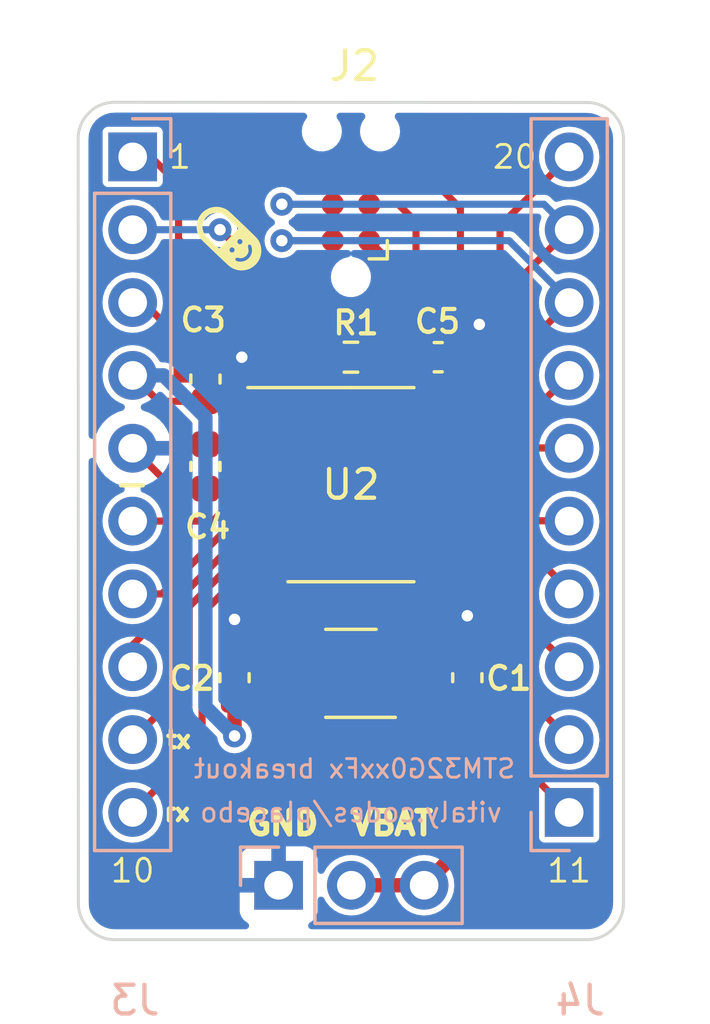
<source format=kicad_pcb>
(kicad_pcb (version 20210623) (generator pcbnew)
  (title_block (title "Placebo"))
  (layers (0 "F.Cu" signal) (31 "B.Cu" power) (34 "B.Paste" user) (35 "F.Paste" user) (36 "B.SilkS" user "B.Silkscreen") (37 "F.SilkS" user "F.Silkscreen") (38 "B.Mask" user) (39 "F.Mask" user) (44 "Edge.Cuts" user))
  (net 0 "")
  (net 1 "Net-(C1-Pad1)")
  (net 2 "GND")
  (net 3 "+3V3")
  (net 4 "/nRST")
  (net 5 "/UartRx")
  (net 6 "/UartTx")
  (net 7 "/SwdIO")
  (net 8 "/SwdClk")
  (net 10 "/PB7")
  (net 11 "/PB9")
  (net 12 "/PC15")
  (net 13 "/PA0")
  (net 14 "/PA1")
  (net 15 "/PA4")
  (net 16 "/PA5")
  (net 17 "/PA6")
  (net 18 "/PA7")
  (net 19 "/PB0")
  (net 20 "/PA11")
  (net 21 "/PA12")
  (net 22 "/PB3")
  (footprint "Capacitor_SMD:C_0603_1608Metric" (layer "F.Cu") (at 69.215 94.107 -90)
    (fp_text reference "C4" (at 2.1082 -0.0762 180) (layer "F.SilkS") (effects (font (size 0.8 0.8))))
    (fp_text value "10uF")
    (fp_line (start -0.14058 -0.51) (end 0.14058 -0.51) (layer "F.SilkS") (width 0.12))
    (fp_line (start -0.14058 0.51) (end 0.14058 0.51) (layer "F.SilkS") (width 0.12))
    (pad "1" smd roundrect locked (at -0.775 0 270) (size 0.9 0.95) (layers "F.Cu" "F.Paste" "F.Mask") (net 3 "+3V3"))
    (pad "2" smd roundrect locked (at 0.775 0 270) (size 0.9 0.95) (layers "F.Cu" "F.Paste" "F.Mask") (net 2 "GND"))
  )
  (footprint "Capacitor_SMD:C_0603_1608Metric" (layer "F.Cu") (at 78.359 101.473 90)
    (fp_text reference "C1" (at -0.0254 1.4478 180) (layer "F.SilkS") (effects (font (size 0.8 0.8))))
    (fp_text value "1uF")
    (fp_line (start -0.14058 0.51) (end 0.14058 0.51) (layer "F.SilkS") (width 0.12))
    (fp_line (start -0.14058 -0.51) (end 0.14058 -0.51) (layer "F.SilkS") (width 0.12))
    (pad "1" smd roundrect locked (at -0.775 0 90) (size 0.9 0.95) (layers "F.Cu" "F.Paste" "F.Mask") (net 1 "Net-(C1-Pad1)"))
    (pad "2" smd roundrect locked (at 0.775 0 90) (size 0.9 0.95) (layers "F.Cu" "F.Paste" "F.Mask") (net 2 "GND"))
  )
  (footprint "Capacitor_SMD:C_0603_1608Metric" (layer "F.Cu") (at 77.343 90.297)
    (fp_text reference "C5" (at -0.0254 -1.2446 180) (layer "F.SilkS") (effects (font (size 0.8 0.8))))
    (fp_text value "100nF")
    (fp_line (start -0.14058 -0.51) (end 0.14058 -0.51) (layer "F.SilkS") (width 0.12))
    (fp_line (start -0.14058 0.51) (end 0.14058 0.51) (layer "F.SilkS") (width 0.12))
    (pad "1" smd roundrect locked (at -0.775 0) (size 0.9 0.95) (layers "F.Cu" "F.Paste" "F.Mask") (net 4 "/nRST"))
    (pad "2" smd roundrect locked (at 0.775 0) (size 0.9 0.95) (layers "F.Cu" "F.Paste" "F.Mask") (net 2 "GND"))
  )
  (footprint "placebo:Tag-Connect_TC2030-IDC-NL_2x03_P1.27mm_Vertical" (layer "F.Cu") (at 74.295 84.963 90)
    (fp_text reference "J2" (at 4.826 0.127) (layer "F.SilkS"))
    (fp_text value "TagConnect")
    (fp_line (start -1.905 1.27) (end -1.905 0.635) (layer "F.SilkS") (width 0.12))
    (fp_line (start -1.27 1.27) (end -1.905 1.27) (layer "F.SilkS") (width 0.12))
    (pad "" np_thru_hole circle locked (at 2.54 -1.016 90) (size 0.9906 0.9906) (drill 0.9906) (layers *.Cu *.Mask))
    (pad "" np_thru_hole circle locked (at -2.54 0 90) (size 0.9906 0.9906) (drill 0.9906) (layers *.Cu *.Mask))
    (pad "" np_thru_hole circle locked (at 2.54 1.016 90) (size 0.9906 0.9906) (drill 0.9906) (layers *.Cu *.Mask))
    (pad "1" connect circle locked (at -1.27 0.635 90) (size 0.7874 0.7874) (layers "F.Cu" "F.Mask") (net 3 "+3V3"))
    (pad "2" connect circle locked (at -1.27 -0.635 90) (size 0.7874 0.7874) (layers "F.Cu" "F.Mask") (net 7 "/SwdIO"))
    (pad "3" connect circle locked (at 0 0.635 90) (size 0.7874 0.7874) (layers "F.Cu" "F.Mask") (net 4 "/nRST"))
    (pad "4" connect circle locked (at 0 -0.635 90) (size 0.7874 0.7874) (layers "F.Cu" "F.Mask") (net 8 "/SwdClk"))
    (pad "5" connect circle locked (at 1.27 0.635 90) (size 0.7874 0.7874) (layers "F.Cu" "F.Mask") (net 2 "GND"))
    (pad "6" connect circle locked (at 1.27 -0.635 90) (size 0.7874 0.7874) (layers "F.Cu" "F.Mask"))
  )
  (footprint "Capacitor_SMD:C_0603_1608Metric" (layer "F.Cu") (at 70.231 101.473 90)
    (fp_text reference "C2" (at -0.0254 -1.4986 180) (layer "F.SilkS") (effects (font (size 0.8 0.8))))
    (fp_text value "1uF")
    (fp_line (start -0.14058 -0.51) (end 0.14058 -0.51) (layer "F.SilkS") (width 0.12))
    (fp_line (start -0.14058 0.51) (end 0.14058 0.51) (layer "F.SilkS") (width 0.12))
    (pad "1" smd roundrect locked (at -0.775 0 90) (size 0.9 0.95) (layers "F.Cu" "F.Paste" "F.Mask") (net 3 "+3V3"))
    (pad "2" smd roundrect locked (at 0.775 0 90) (size 0.9 0.95) (layers "F.Cu" "F.Paste" "F.Mask") (net 2 "GND"))
  )
  (footprint "LOGO" (layer "F.Cu") (at 70.0278 86.1568 8)
    (fp_text reference "G***" hide)
    (fp_text value "LOGO" hide)
    (fp_poly (pts (xy -0.281377 -1.155232) (xy -0.259068 -1.152366) (xy -0.157169 -1.128191) (xy -0.061463 -1.089874) (xy 0.026602 -1.038149) (xy 0.105579 -0.97375) (xy 0.118928 -0.960656) (xy 0.133111 -0.945007) (xy 0.156055 -0.91801) (xy 0.186804 -0.880875) (xy 0.224404 -0.834816) (xy 0.267898 -0.781044) (xy 0.316331 -0.720769) (xy 0.368749 -0.655204) (xy 0.424196 -0.58556) (xy 0.481716 -0.513048) (xy 0.540354 -0.438881) (xy 0.599156 -0.36427) (xy 0.657165 -0.290425) (xy 0.713425 -0.21856) (xy 0.766983 -0.149885) (xy 0.816883 -0.085611) (xy 0.862168 -0.026952) (xy 0.901885 0.024883) (xy 0.935077 0.068682) (xy 0.960789 0.103232) (xy 0.978066 0.127323) (xy 0.984393 0.136918) (xy 1.028756 0.225549) (xy 1.058921 0.319684) (xy 1.074894 0.417465) (xy 1.076684 0.517037) (xy 1.064298 0.616542) (xy 1.037743 0.714124) (xy 0.997029 0.807926) (xy 0.981502 0.836) (xy 0.926248 0.91544) (xy 0.858358 0.987502) (xy 0.780191 1.05038) (xy 0.694108 1.102269) (xy 0.602469 1.141365) (xy 0.568 1.152123) (xy 0.517497 1.162718) (xy 0.457189 1.16977) (xy 0.39288 1.173043) (xy 0.330376 1.172299) (xy 0.275481 1.167302) (xy 0.26 1.164675) (xy 0.157045 1.136605) (xy 0.060949 1.094296) (xy -0.027332 1.038268) (xy -0.10684 0.969039) (xy -0.113037 0.962693) (xy -0.124331 0.949849) (xy -0.144546 0.92563) (xy -0.172719 0.891247) (xy -0.20789 0.84791) (xy -0.249098 0.79683) (xy -0.270106 0.77068) (xy 0.128472 0.77068) (xy 0.141317 0.796556) (xy 0.167082 0.818966) (xy 0.176348 0.824177) (xy 0.236317 0.847095) (xy 0.303707 0.859921) (xy 0.37309 0.862096) (xy 0.439037 0.853061) (xy 0.444319 0.851756) (xy 0.521501 0.824092) (xy 0.589787 0.783548) (xy 0.648067 0.731201) (xy 0.695233 0.668125) (xy 0.730175 0.595397) (xy 0.740176 0.564903) (xy 0.747776 0.527485) (xy 0.751546 0.484367) (xy 0.751656 0.439774) (xy 0.74828 0.39793) (xy 0.741589 0.363058) (xy 0.731757 0.339381) (xy 0.730931 0.338219) (xy 0.709017 0.320331) (xy 0.681309 0.313037) (xy 0.65394 0.31741) (xy 0.644 0.323) (xy 0.637372 0.329172) (xy 0.632866 0.338151) (xy 0.630081 0.352815) (xy 0.628613 0.376043) (xy 0.62806 0.410711) (xy 0.628 0.437357) (xy 0.627694 0.481424) (xy 0.626454 0.513202) (xy 0.623792 0.536392) (xy 0.619223 0.554698) (xy 0.612261 0.571823) (xy 0.609625 0.577298) (xy 0.57455 0.632555) (xy 0.529916 0.677748) (xy 0.478008 0.711869) (xy 0.421113 0.733909) (xy 0.361516 0.742859) (xy 0.301502 0.73771) (xy 0.268 0.728086) (xy 0.223583 0.713359) (xy 0.19057 0.706467) (xy 0.166515 0.707234) (xy 0.148969 0.715483) (xy 0.144767 0.719232) (xy 0.129354 0.744014) (xy 0.128472 0.77068) (xy -0.270106 0.77068) (xy -0.295382 0.739217) (xy -0.34578 0.67628) (xy -0.399332 0.609231) (xy -0.455076 0.539278) (xy -0.512052 0.467634) (xy -0.560699 0.406342) (xy -0.029413 0.406342) (xy -0.028645 0.427376) (xy -0.017998 0.452209) (xy 0.001773 0.477063) (xy 0.02517 0.495469) (xy 0.032 0.498737) (xy 0.0577 0.501681) (xy 0.087585 0.494935) (xy 0.114751 0.480346) (xy 0.121149 0.474899) (xy 0.142935 0.44431) (xy 0.149456 0.409983) (xy 0.140349 0.373868) (xy 0.140126 0.373395) (xy 0.121623 0.348932) (xy 0.094798 0.329832) (xy 0.066058 0.320365) (xy 0.06 0.32) (xy 0.02828 0.327339) (xy 0.000666 0.346767) (xy -0.019635 0.374397) (xy -0.029413 0.406342) (xy -0.560699 0.406342) (xy -0.569299 0.395507) (xy -0.625855 0.324108) (xy -0.680759 0.254647) (xy -0.733051 0.188335) (xy -0.781769 0.126381) (xy -0.825953 0.069996) (xy -0.86464 0.020391) (xy -0.896871 -0.021226) (xy -0.921684 -0.053643) (xy -0.938119 -0.07565) (xy -0.942671 -0.082047) (xy -0.99011 -0.164063) (xy -1.026177 -0.254122) (xy -1.050047 -0.348814) (xy -1.060898 -0.444731) (xy -1.058938 -0.506087) (xy -0.854234 -0.506087) (xy -0.85349 -0.423125) (xy -0.837807 -0.340538) (xy -0.806917 -0.260006) (xy -0.802065 -0.250344) (xy -0.791789 -0.233496) (xy -0.773636 -0.20699) (xy -0.748823 -0.172396) (xy -0.718568 -0.131287) (xy -0.684091 -0.085234) (xy -0.646609 -0.035808) (xy -0.607341 0.015419) (xy -0.567506 0.066875) (xy -0.528321 0.11699) (xy -0.491005 0.164192) (xy -0.456777 0.206909) (xy -0.426855 0.24357) (xy -0.402457 0.272603) (xy -0.384802 0.292437) (xy -0.375108 0.301501) (xy -0.373907 0.301877) (xy -0.366694 0.296706) (xy -0.348034 0.282485) (xy -0.31904 0.26008) (xy -0.280821 0.230359) (xy -0.234487 0.194188) (xy -0.181149 0.152433) (xy -0.17624 0.148582) (xy 0.284111 0.148582) (xy 0.284575 0.181217) (xy 0.291823 0.202498) (xy 0.310753 0.227637) (xy 0.337967 0.246778) (xy 0.367127 0.255642) (xy 0.37079 0.255817) (xy 0.387827 0.252601) (xy 0.409744 0.244505) (xy 0.412172 0.243381) (xy 0.440262 0.222275) (xy 0.456598 0.193504) (xy 0.460685 0.160773) (xy 0.452029 0.127782) (xy 0.431375 0.099401) (xy 0.402144 0.080408) (xy 0.371275 0.074887) (xy 0.341402 0.08089) (xy 0.31516 0.096472) (xy 0.295184 0.119685) (xy 0.284111 0.148582) (xy -0.17624 0.148582) (xy -0.121917 0.105963) (xy -0.057902 0.055642) (xy 0.007718 0.003968) (xy 0.07519 -0.049304) (xy 0.138785 -0.0997) (xy 0.19741 -0.146341) (xy 0.249972 -0.18835) (xy 0.29538 -0.224848) (xy 0.332542 -0.254959) (xy 0.360364 -0.277803) (xy 0.377755 -0.292503) (xy 0.383625 -0.298156) (xy 0.378893 -0.306635) (xy 0.365232 -0.325851) (xy 0.343918 -0.35422) (xy 0.316225 -0.390155) (xy 0.28343 -0.432071) (xy 0.246806 -0.47838) (xy 0.20763 -0.527497) (xy 0.167176 -0.577836) (xy 0.126719 -0.627811) (xy 0.087535 -0.675836) (xy 0.050898 -0.720325) (xy 0.018084 -0.759692) (xy -0.009632 -0.79235) (xy -0.030975 -0.816715) (xy -0.04467 -0.831199) (xy -0.045694 -0.832156) (xy -0.112859 -0.882912) (xy -0.187992 -0.920015) (xy -0.270188 -0.94313) (xy -0.358546 -0.951922) (xy -0.368 -0.952001) (xy -0.455388 -0.945548) (xy -0.534652 -0.925734) (xy -0.607427 -0.891879) (xy -0.675348 -0.843299) (xy -0.713172 -0.808099) (xy -0.769508 -0.74043) (xy -0.811975 -0.666419) (xy -0.840306 -0.587744) (xy -0.854234 -0.506087) (xy -1.058938 -0.506087) (xy -1.057904 -0.538461) (xy -1.056227 -0.552) (xy -1.034154 -0.657811) (xy -0.998274 -0.756099) (xy -0.949309 -0.846048) (xy -0.887977 -0.926842) (xy -0.814999 -0.997666) (xy -0.731095 -1.057702) (xy -0.636986 -1.106135) (xy -0.536118 -1.141398) (xy -0.495486 -1.149535) (xy -0.444356 -1.155198) (xy -0.388067 -1.158176) (xy -0.33196 -1.158258)) (layer "F.SilkS") (width 0) (fill solid))
  )
  (footprint "Resistor_SMD:R_0603_1608Metric" (layer "F.Cu") (at 74.295 90.297 180)
    (fp_text reference "R1" (at -0.1778 1.1938 180) (layer "F.SilkS") (effects (font (size 0.8 0.8))))
    (fp_text value "10K")
    (fp_line (start -0.237258 -0.5225) (end 0.237258 -0.5225) (layer "F.SilkS") (width 0.12))
    (fp_line (start -0.237258 0.5225) (end 0.237258 0.5225) (layer "F.SilkS") (width 0.12))
    (pad "1" smd roundrect locked (at -0.825 0 180) (size 0.8 0.95) (layers "F.Cu" "F.Paste" "F.Mask") (net 4 "/nRST"))
    (pad "2" smd roundrect locked (at 0.825 0 180) (size 0.8 0.95) (layers "F.Cu" "F.Paste" "F.Mask") (net 3 "+3V3"))
  )
  (footprint "Capacitor_SMD:C_0603_1608Metric" (layer "F.Cu") (at 69.215 91.059 90)
    (fp_text reference "C3" (at 2.0574 -0.0762 180) (layer "F.SilkS") (effects (font (size 0.8 0.8))))
    (fp_text value "100nF")
    (fp_line (start -0.14058 -0.51) (end 0.14058 -0.51) (layer "F.SilkS") (width 0.12))
    (fp_line (start -0.14058 0.51) (end 0.14058 0.51) (layer "F.SilkS") (width 0.12))
    (pad "1" smd roundrect locked (at -0.775 0 90) (size 0.9 0.95) (layers "F.Cu" "F.Paste" "F.Mask") (net 3 "+3V3"))
    (pad "2" smd roundrect locked (at 0.775 0 90) (size 0.9 0.95) (layers "F.Cu" "F.Paste" "F.Mask") (net 2 "GND"))
  )
  (footprint "Package_SO:TSSOP-20_4.4x6.5mm_P0.65mm" (layer "F.Cu") (at 74.295 94.742)
    (fp_text reference "U2" (at 0 0) (layer "F.SilkS"))
    (fp_text value "STM32G0xxFx")
    (fp_line (start 0 3.385) (end -2.2 3.385) (layer "F.SilkS") (width 0.12))
    (fp_line (start 0 -3.385) (end -3.6 -3.385) (layer "F.SilkS") (width 0.12))
    (fp_line (start 0 3.385) (end 2.2 3.385) (layer "F.SilkS") (width 0.12))
    (fp_line (start 0 -3.385) (end 2.2 -3.385) (layer "F.SilkS") (width 0.12))
    (pad "1" smd roundrect locked (at -2.8625 -2.925) (size 1.475 0.4) (layers "F.Cu" "F.Paste" "F.Mask") (net 10 "/PB7"))
    (pad "2" smd roundrect locked (at -2.8625 -2.275) (size 1.475 0.4) (layers "F.Cu" "F.Paste" "F.Mask") (net 11 "/PB9"))
    (pad "3" smd roundrect locked (at -2.8625 -1.625) (size 1.475 0.4) (layers "F.Cu" "F.Paste" "F.Mask") (net 12 "/PC15"))
    (pad "4" smd roundrect locked (at -2.8625 -0.975) (size 1.475 0.4) (layers "F.Cu" "F.Paste" "F.Mask") (net 3 "+3V3"))
    (pad "5" smd roundrect locked (at -2.8625 -0.325) (size 1.475 0.4) (layers "F.Cu" "F.Paste" "F.Mask") (net 2 "GND"))
    (pad "6" smd roundrect locked (at -2.8625 0.325) (size 1.475 0.4) (layers "F.Cu" "F.Paste" "F.Mask") (net 4 "/nRST"))
    (pad "7" smd roundrect locked (at -2.8625 0.975) (size 1.475 0.4) (layers "F.Cu" "F.Paste" "F.Mask") (net 13 "/PA0"))
    (pad "8" smd roundrect locked (at -2.8625 1.625) (size 1.475 0.4) (layers "F.Cu" "F.Paste" "F.Mask") (net 14 "/PA1"))
    (pad "9" smd roundrect locked (at -2.8625 2.275) (size 1.475 0.4) (layers "F.Cu" "F.Paste" "F.Mask") (net 6 "/UartTx"))
    (pad "10" smd roundrect locked (at -2.8625 2.925) (size 1.475 0.4) (layers "F.Cu" "F.Paste" "F.Mask") (net 5 "/UartRx"))
    (pad "11" smd roundrect locked (at 2.8625 2.925) (size 1.475 0.4) (layers "F.Cu" "F.Paste" "F.Mask") (net 15 "/PA4"))
    (pad "12" smd roundrect locked (at 2.8625 2.275) (size 1.475 0.4) (layers "F.Cu" "F.Paste" "F.Mask") (net 16 "/PA5"))
    (pad "13" smd roundrect locked (at 2.8625 1.625) (size 1.475 0.4) (layers "F.Cu" "F.Paste" "F.Mask") (net 17 "/PA6"))
    (pad "14" smd roundrect locked (at 2.8625 0.975) (size 1.475 0.4) (layers "F.Cu" "F.Paste" "F.Mask") (net 18 "/PA7"))
    (pad "15" smd roundrect locked (at 2.8625 0.325) (size 1.475 0.4) (layers "F.Cu" "F.Paste" "F.Mask") (net 19 "/PB0"))
    (pad "16" smd roundrect locked (at 2.8625 -0.325) (size 1.475 0.4) (layers "F.Cu" "F.Paste" "F.Mask") (net 20 "/PA11"))
    (pad "17" smd roundrect locked (at 2.8625 -0.975) (size 1.475 0.4) (layers "F.Cu" "F.Paste" "F.Mask") (net 21 "/PA12"))
    (pad "18" smd roundrect locked (at 2.8625 -1.625) (size 1.475 0.4) (layers "F.Cu" "F.Paste" "F.Mask") (net 7 "/SwdIO"))
    (pad "19" smd roundrect locked (at 2.8625 -2.275) (size 1.475 0.4) (layers "F.Cu" "F.Paste" "F.Mask") (net 8 "/SwdClk"))
    (pad "20" smd roundrect locked (at 2.8625 -2.925) (size 1.475 0.4) (layers "F.Cu" "F.Paste" "F.Mask") (net 22 "/PB3"))
  )
  (footprint "Package_TO_SOT_SMD:TSOT-23-5_HandSoldering" (layer "F.Cu") (at 74.295 101.346 180)
    (fp_text reference "U1" hide)
    (fp_text value "AP7370-33W5-7")
    (fp_line (start -0.88 1.56) (end 0.88 1.56) (layer "F.SilkS") (width 0.12))
    (fp_line (start 0.88 -1.51) (end -1.55 -1.51) (layer "F.SilkS") (width 0.12))
    (pad "1" smd rect locked (at -1.71 -0.95 180) (size 2 0.65) (layers "F.Cu" "F.Paste" "F.Mask") (net 1 "Net-(C1-Pad1)"))
    (pad "2" smd rect locked (at -1.71 0 180) (size 2 0.65) (layers "F.Cu" "F.Paste" "F.Mask") (net 2 "GND"))
    (pad "3" smd rect locked (at -1.71 0.95 180) (size 2 0.65) (layers "F.Cu" "F.Paste" "F.Mask"))
    (pad "4" smd rect locked (at 1.71 0.95 180) (size 2 0.65) (layers "F.Cu" "F.Paste" "F.Mask"))
    (pad "5" smd rect locked (at 1.71 -0.95 180) (size 2 0.65) (layers "F.Cu" "F.Paste" "F.Mask") (net 3 "+3V3"))
  )
  (footprint "Connector_PinHeader_2.54mm:PinHeader_1x10_P2.54mm_Vertical" (layer "B.Cu") (at 66.675 83.312 180)
    (fp_text reference "J3" (at -0.0762 -29.4132) (layer "B.SilkS") (effects (justify mirror)))
    (fp_text value "Conn_01x10")
    (fp_line (start -1.33 1.33) (end 0 1.33) (layer "B.SilkS") (width 0.12))
    (fp_line (start -1.33 -1.27) (end -1.33 -24.19) (layer "B.SilkS") (width 0.12))
    (fp_line (start -1.33 -1.27) (end 1.33 -1.27) (layer "B.SilkS") (width 0.12))
    (fp_line (start -1.33 -24.19) (end 1.33 -24.19) (layer "B.SilkS") (width 0.12))
    (fp_line (start -1.33 0) (end -1.33 1.33) (layer "B.SilkS") (width 0.12))
    (fp_line (start 1.33 -1.27) (end 1.33 -24.19) (layer "B.SilkS") (width 0.12))
    (pad "1" thru_hole rect locked (at 0 0 180) (size 1.7 1.7) (drill 1) (layers *.Cu *.Mask) (net 10 "/PB7"))
    (pad "2" thru_hole oval locked (at 0 -2.54 180) (size 1.7 1.7) (drill 1) (layers *.Cu *.Mask) (net 11 "/PB9"))
    (pad "3" thru_hole oval locked (at 0 -5.08 180) (size 1.7 1.7) (drill 1) (layers *.Cu *.Mask) (net 12 "/PC15"))
    (pad "4" thru_hole oval locked (at 0 -7.62 180) (size 1.7 1.7) (drill 1) (layers *.Cu *.Mask) (net 3 "+3V3"))
    (pad "5" thru_hole oval locked (at 0 -10.16 180) (size 1.7 1.7) (drill 1) (layers *.Cu *.Mask) (net 2 "GND"))
    (pad "6" thru_hole oval locked (at 0 -12.7 180) (size 1.7 1.7) (drill 1) (layers *.Cu *.Mask) (net 4 "/nRST"))
    (pad "7" thru_hole oval locked (at 0 -15.24 180) (size 1.7 1.7) (drill 1) (layers *.Cu *.Mask) (net 13 "/PA0"))
    (pad "8" thru_hole oval locked (at 0 -17.78 180) (size 1.7 1.7) (drill 1) (layers *.Cu *.Mask) (net 14 "/PA1"))
    (pad "9" thru_hole oval locked (at 0 -20.32 180) (size 1.7 1.7) (drill 1) (layers *.Cu *.Mask) (net 6 "/UartTx"))
    (pad "10" thru_hole oval locked (at 0 -22.86 180) (size 1.7 1.7) (drill 1) (layers *.Cu *.Mask) (net 5 "/UartRx"))
  )
  (footprint "Connector_PinHeader_2.54mm:PinHeader_1x03_P2.54mm_Vertical" (layer "B.Cu") (at 71.77 108.712 -90)
    (fp_text reference "J1" hide)
    (fp_text value "ExtPower")
    (fp_line (start -1.33 -6.41) (end 1.33 -6.41) (layer "B.SilkS") (width 0.12))
    (fp_line (start -1.33 -1.27) (end -1.33 -6.41) (layer "B.SilkS") (width 0.12))
    (fp_line (start 1.33 -1.27) (end 1.33 -6.41) (layer "B.SilkS") (width 0.12))
    (fp_line (start -1.33 1.33) (end 0 1.33) (layer "B.SilkS") (width 0.12))
    (fp_line (start -1.33 -1.27) (end 1.33 -1.27) (layer "B.SilkS") (width 0.12))
    (fp_line (start -1.33 0) (end -1.33 1.33) (layer "B.SilkS") (width 0.12))
    (pad "1" thru_hole rect locked (at 0 0 270) (size 1.7 1.7) (drill 1) (layers *.Cu *.Mask) (net 2 "GND"))
    (pad "2" thru_hole oval locked (at 0 -2.54 270) (size 1.7 1.7) (drill 1) (layers *.Cu *.Mask) (net 1 "Net-(C1-Pad1)"))
    (pad "3" thru_hole oval locked (at 0 -5.08 270) (size 1.7 1.7) (drill 1) (layers *.Cu *.Mask) (net 1 "Net-(C1-Pad1)"))
  )
  (footprint "Connector_PinHeader_2.54mm:PinHeader_1x10_P2.54mm_Vertical" (layer "B.Cu") (at 81.915 106.172)
    (fp_text reference "J4" (at 0.381 6.5532) (layer "B.SilkS") (effects (justify mirror)))
    (fp_text value "Conn_01x10")
    (fp_line (start -1.33 -1.27) (end -1.33 -24.19) (layer "B.SilkS") (width 0.12))
    (fp_line (start -1.33 -24.19) (end 1.33 -24.19) (layer "B.SilkS") (width 0.12))
    (fp_line (start -1.33 -1.27) (end 1.33 -1.27) (layer "B.SilkS") (width 0.12))
    (fp_line (start -1.33 0) (end -1.33 1.33) (layer "B.SilkS") (width 0.12))
    (fp_line (start 1.33 -1.27) (end 1.33 -24.19) (layer "B.SilkS") (width 0.12))
    (fp_line (start -1.33 1.33) (end 0 1.33) (layer "B.SilkS") (width 0.12))
    (pad "1" thru_hole rect locked (at 0 0) (size 1.7 1.7) (drill 1) (layers *.Cu *.Mask) (net 15 "/PA4"))
    (pad "2" thru_hole oval locked (at 0 -2.54) (size 1.7 1.7) (drill 1) (layers *.Cu *.Mask) (net 16 "/PA5"))
    (pad "3" thru_hole oval locked (at 0 -5.08) (size 1.7 1.7) (drill 1) (layers *.Cu *.Mask) (net 17 "/PA6"))
    (pad "4" thru_hole oval locked (at 0 -7.62) (size 1.7 1.7) (drill 1) (layers *.Cu *.Mask) (net 18 "/PA7"))
    (pad "5" thru_hole oval locked (at 0 -10.16) (size 1.7 1.7) (drill 1) (layers *.Cu *.Mask) (net 19 "/PB0"))
    (pad "6" thru_hole oval locked (at 0 -12.7) (size 1.7 1.7) (drill 1) (layers *.Cu *.Mask) (net 20 "/PA11"))
    (pad "7" thru_hole oval locked (at 0 -15.24) (size 1.7 1.7) (drill 1) (layers *.Cu *.Mask) (net 21 "/PA12"))
    (pad "8" thru_hole oval locked (at 0 -17.78) (size 1.7 1.7) (drill 1) (layers *.Cu *.Mask) (net 7 "/SwdIO"))
    (pad "9" thru_hole oval locked (at 0 -20.32) (size 1.7 1.7) (drill 1) (layers *.Cu *.Mask) (net 8 "/SwdClk"))
    (pad "10" thru_hole oval locked (at 0 -22.86) (size 1.7 1.7) (drill 1) (layers *.Cu *.Mask) (net 22 "/PB3"))
  )
  (gr_line (start 82.540974 110.607974) (end 66.049026 110.607974) (layer "Edge.Cuts") (width 0.1))
  (gr_line (start 66.04 81.407) (end 82.540974 81.416026) (layer "Edge.Cuts") (width 0.1))
  (gr_arc (start 82.540974 109.337974) (end 82.540974 110.607974) (angle -90) (layer "Edge.Cuts") (width 0.1))
  (gr_arc (start 66.04 82.677) (end 66.04 81.407) (angle -90) (layer "Edge.Cuts") (width 0.1))
  (gr_line (start 64.779026 109.337974) (end 64.77 82.677) (layer "Edge.Cuts") (width 0.1))
  (gr_arc (start 66.049026 109.337974) (end 64.779026 109.337974) (angle -90) (layer "Edge.Cuts") (width 0.1))
  (gr_arc (start 82.540974 82.686026) (end 83.810974 82.686026) (angle -90) (layer "Edge.Cuts") (width 0.1))
  (gr_line (start 83.810974 82.686026) (end 83.810974 109.337974) (layer "Edge.Cuts") (width 0.1))
  (gr_text "◢◤" (at 74.295 104.648) (layer "F.Cu") (effects (font (size 1 1) (thickness 0.25))))
  (gr_text "STM32G0xxFx breakout" (at 74.422 104.648) (layer "B.SilkS") (effects (font (size 0.65 0.65) (thickness 0.1)) (justify mirror)))
  (gr_text "vitaly.codes/placebo" (at 74.295 106.172) (layer "B.SilkS") (effects (font (size 0.67 0.67) (thickness 0.1)) (justify mirror)))
  (gr_text "1" (at 68.326 83.312) (layer "F.SilkS") (effects (font (size 0.8 0.8) (thickness 0.1))))
  (gr_text "rx" (at 68.2244 106.172) (layer "F.SilkS") (effects (font (size 0.6 0.6))))
  (gr_text "GND  VBAT" (at 73.914 106.553) (layer "F.SilkS") (effects (font (size 0.8 0.8) (thickness 0.2))))
  (gr_text "20" (at 80.01 83.312) (layer "F.SilkS") (effects (font (size 0.8 0.8) (thickness 0.1))))
  (gr_text "11" (at 81.915 108.204) (layer "F.SilkS") (effects (font (size 0.8 0.8) (thickness 0.1))))
  (gr_text "10" (at 66.675 108.204) (layer "F.SilkS") (effects (font (size 0.8 0.8) (thickness 0.1))))
  (gr_text "-" (at 66.6496 94.6912) (layer "F.SilkS") (effects (font (size 1 1)) (justify mirror)))
  (gr_text "tx" (at 68.2752 103.632) (layer "F.SilkS") (effects (font (size 0.6 0.6))))
  (segment (start 78.359 102.248) (end 78.359 107.188) (width 0.5) (layer "F.Cu") (net 1))
  (segment (start 78.359 107.188) (end 76.835 108.712) (width 0.5) (layer "F.Cu") (net 1))
  (segment (start 78.359 102.471) (end 78.184 102.296) (width 0.5) (layer "F.Cu") (net 1))
  (segment (start 74.31 108.712) (end 76.85 108.712) (width 0.5) (layer "F.Cu") (net 1))
  (segment (start 78.184 102.296) (end 76.005 102.296) (width 0.5) (layer "F.Cu") (net 1))
  (segment (start 78.359 99.314) (end 78.359 100.571) (width 0.5) (layer "F.Cu") (net 2))
  (segment (start 78.118 90.297) (end 78.118 85.103) (width 0.25) (layer "F.Cu") (net 2))
  (segment (start 69.215 94.882) (end 68.085 94.882) (width 0.25) (layer "F.Cu") (net 2))
  (segment (start 78.118 90.297) (end 78.359 90.297) (width 0.25) (layer "F.Cu") (net 2))
  (segment (start 78.359 90.297) (end 78.7775 89.8785) (width 0.25) (layer "F.Cu") (net 2))
  (segment (start 70.302 94.417) (end 71.4325 94.417) (width 0.25) (layer "F.Cu") (net 2))
  (segment (start 76.005 101.346) (end 77.584 101.346) (width 0.5) (layer "F.Cu") (net 2))
  (segment (start 78.118 85.103) (end 76.708 83.693) (width 0.25) (layer "F.Cu") (net 2))
  (segment (start 68.085 94.882) (end 66.675 93.472) (width 0.25) (layer "F.Cu") (net 2))
  (segment (start 69.837 94.882) (end 70.302 94.417) (width 0.25) (layer "F.Cu") (net 2))
  (segment (start 78.7775 89.8785) (end 78.7775 89.154) (width 0.25) (layer "F.Cu") (net 2))
  (segment (start 74.93 83.693) (end 76.708 83.693) (width 0.25) (layer "F.Cu") (net 2))
  (segment (start 70.472 90.284) (end 70.485 90.297) (width 0.25) (layer "F.Cu") (net 2))
  (segment (start 69.215 94.882) (end 69.837 94.882) (width 0.25) (layer "F.Cu") (net 2))
  (segment (start 70.231 100.698) (end 70.231 99.441) (width 0.5) (layer "F.Cu") (net 2))
  (segment (start 77.584 101.346) (end 78.359 100.571) (width 0.5) (layer "F.Cu") (net 2))
  (segment (start 69.215 90.284) (end 70.472 90.284) (width 0.25) (layer "F.Cu") (net 2))
  (via (at 78.7775 89.154) (size 0.8) (drill 0.4) (layers "F.Cu" "B.Cu") (net 2))
  (via (at 78.359 99.314) (size 0.8) (drill 0.4) (layers "F.Cu" "B.Cu") (net 2))
  (via (at 70.485 90.297) (size 0.8) (drill 0.4) (layers "F.Cu" "B.Cu") (net 2))
  (via (at 70.231 99.441) (size 0.8) (drill 0.4) (layers "F.Cu" "B.Cu") (net 2))
  (segment (start 70.231 102.121) (end 70.406 102.296) (width 0.5) (layer "F.Cu") (net 3))
  (segment (start 69.215 91.834) (end 69.215 93.332) (width 0.25) (layer "F.Cu") (net 3))
  (segment (start 67.577 91.834) (end 66.675 90.932) (width 0.25) (layer "F.Cu") (net 3))
  (segment (start 69.215 93.332) (end 69.837 93.332) (width 0.25) (layer "F.Cu") (net 3))
  (segment (start 69.837 93.332) (end 70.272 93.767) (width 0.25) (layer "F.Cu") (net 3))
  (segment (start 70.272 93.767) (end 71.4325 93.767) (width 0.25) (layer "F.Cu") (net 3))
  (segment (start 75.565 86.868) (end 75.565 88.202) (width 0.25) (layer "F.Cu") (net 3))
  (segment (start 69.075 93.332) (end 69.215 93.332) (width 0.25) (layer "F.Cu") (net 3))
  (segment (start 72.7046 93.767) (end 73.47 93.0016) (width 0.25) (layer "F.Cu") (net 3))
  (segment (start 69.215 91.834) (end 67.577 91.834) (width 0.25) (layer "F.Cu") (net 3))
  (segment (start 70.406 102.296) (end 72.585 102.296) (width 0.5) (layer "F.Cu") (net 3))
  (segment (start 73.47 93.0016) (end 73.47 90.297) (width 0.25) (layer "F.Cu") (net 3))
  (segment (start 75.565 88.202) (end 73.47 90.297) (width 0.25) (layer "F.Cu") (net 3))
  (segment (start 71.4325 93.767) (end 72.7046 93.767) (width 0.25) (layer "F.Cu") (net 3))
  (segment (start 74.93 86.233) (end 75.565 86.868) (width 0.25) (layer "F.Cu") (net 3))
  (segment (start 70.231 103.505) (end 70.231 102.121) (width 0.5) (layer "F.Cu") (net 3))
  (via (at 70.231 103.505) (size 0.8) (drill 0.4) (layers "F.Cu" "B.Cu") (net 3))
  (segment (start 69.215 92.3925) (end 67.7545 90.932) (width 0.5) (layer "B.Cu") (net 3))
  (segment (start 70.231 103.505) (end 69.215 102.489) (width 0.5) (layer "B.Cu") (net 3))
  (segment (start 69.215 102.489) (end 69.215 92.3925) (width 0.5) (layer "B.Cu") (net 3))
  (segment (start 67.7545 90.932) (end 66.675 90.932) (width 0.5) (layer "B.Cu") (net 3))
  (segment (start 71.4325 95.067) (end 70.414553 95.067) (width 0.25) (layer "F.Cu") (net 4))
  (segment (start 76.568 90.297) (end 75.12 90.297) (width 0.25) (layer "F.Cu") (net 4))
  (segment (start 67.03048 95.65652) (end 66.675 96.012) (width 0.25) (layer "F.Cu") (net 4))
  (segment (start 69.469553 96.012) (end 66.675 96.012) (width 0.25) (layer "F.Cu") (net 4))
  (segment (start 72.7254 95.067) (end 75.12 92.6724) (width 0.25) (layer "F.Cu") (net 4))
  (segment (start 75.12 92.6724) (end 75.12 90.297) (width 0.25) (layer "F.Cu") (net 4))
  (segment (start 70.414553 95.067) (end 69.469553 96.012) (width 0.25) (layer "F.Cu") (net 4))
  (segment (start 74.93 84.963) (end 75.946 84.963) (width 0.25) (layer "F.Cu") (net 4))
  (segment (start 76.568 85.585) (end 76.568 90.297) (width 0.25) (layer "F.Cu") (net 4))
  (segment (start 71.4325 95.067) (end 72.7254 95.067) (width 0.25) (layer "F.Cu") (net 4))
  (segment (start 75.946 84.963) (end 76.568 85.585) (width 0.25) (layer "F.Cu") (net 4))
  (segment (start 70.6715 97.667) (end 71.4325 97.667) (width 0.25) (layer "F.Cu") (net 5))
  (segment (start 69.09804 103.74896) (end 69.09804 99.24046) (width 0.25) (layer "F.Cu") (net 5))
  (segment (start 69.09804 99.24046) (end 70.6715 97.667) (width 0.25) (layer "F.Cu") (net 5))
  (segment (start 66.675 106.172) (end 69.09804 103.74896) (width 0.25) (layer "F.Cu") (net 5))
  (segment (start 70.623718 97.017) (end 71.4325 97.017) (width 0.25) (layer "F.Cu") (net 6))
  (segment (start 66.675 103.632) (end 68.64852 101.65848) (width 0.25) (layer "F.Cu") (net 6))
  (segment (start 68.64852 101.65848) (end 68.64852 98.992198) (width 0.25) (layer "F.Cu") (net 6))
  (segment (start 68.64852 98.992198) (end 70.623718 97.017) (width 0.25) (layer "F.Cu") (net 6))
  (segment (start 80.645 91.186) (end 78.714 93.117) (width 0.25) (layer "F.Cu") (net 7))
  (segment (start 81.915 88.382) (end 80.645 89.652) (width 0.25) (layer "F.Cu") (net 7))
  (segment (start 71.882 86.233) (end 73.66 86.233) (width 0.25) (layer "F.Cu") (net 7))
  (segment (start 78.714 93.117) (end 77.1575 93.117) (width 0.25) (layer "F.Cu") (net 7))
  (segment (start 80.645 89.652) (end 80.645 91.186) (width 0.25) (layer "F.Cu") (net 7))
  (via (at 71.882 86.233) (size 0.8) (drill 0.4) (layers "F.Cu" "B.Cu") (net 7))
  (segment (start 81.915 88.3285) (end 79.8195 86.233) (width 0.25) (layer "B.Cu") (net 7))
  (segment (start 81.915 88.382) (end 81.915 88.3285) (width 0.25) (layer "B.Cu") (net 7))
  (segment (start 79.8195 86.233) (end 71.882 86.233) (width 0.25) (layer "B.Cu") (net 7))
  (segment (start 71.882 84.963) (end 73.66 84.963) (width 0.25) (layer "F.Cu") (net 8))
  (segment (start 81.915 85.842) (end 80.06848 87.68852) (width 0.25) (layer "F.Cu") (net 8))
  (segment (start 80.06848 87.68852) (end 80.06848 90.87352) (width 0.25) (layer "F.Cu") (net 8))
  (segment (start 78.475 92.467) (end 77.1575 92.467) (width 0.25) (layer "F.Cu") (net 8))
  (segment (start 80.06848 90.87352) (end 78.475 92.467) (width 0.25) (layer "F.Cu") (net 8))
  (via (at 71.882 84.963) (size 0.8) (drill 0.4) (layers "F.Cu" "B.Cu") (net 8))
  (segment (start 81.036 84.963) (end 71.882 84.963) (width 0.25) (layer "B.Cu") (net 8))
  (segment (start 81.915 85.842) (end 81.036 84.963) (width 0.25) (layer "B.Cu") (net 8))
  (segment (start 68.2752 84.2772) (end 67.31 83.312) (width 0.25) (layer "F.Cu") (net 10))
  (segment (start 71.4325 89.3395) (end 68.2752 86.1822) (width 0.25) (layer "F.Cu") (net 10))
  (segment (start 68.2752 86.1822) (end 68.2752 84.2772) (width 0.25) (layer "F.Cu") (net 10))
  (segment (start 67.31 83.312) (end 66.675 83.312) (width 0.25) (layer "F.Cu") (net 10))
  (segment (start 71.4325 91.817) (end 71.4325 89.3395) (width 0.25) (layer "F.Cu") (net 10))
  (segment (start 69.723 85.852) (end 72.5932 88.7222) (width 0.25) (layer "F.Cu") (net 11))
  (segment (start 72.5932 92.3798) (end 72.506 92.467) (width 0.25) (layer "F.Cu") (net 11))
  (segment (start 72.506 92.467) (end 71.4325 92.467) (width 0.25) (layer "F.Cu") (net 11))
  (segment (start 72.5932 88.7222) (end 72.5932 92.3798) (width 0.25) (layer "F.Cu") (net 11))
  (via (at 69.723 85.852) (size 0.8) (drill 0.4) (layers "F.Cu" "B.Cu") (net 11))
  (segment (start 69.723 85.852) (end 66.675 85.852) (width 0.25) (layer "B.Cu") (net 11))
  (segment (start 68.2244 89.5604) (end 67.056 88.392) (width 0.25) (layer "F.Cu") (net 12))
  (segment (start 70.511 93.117) (end 70.104 92.71) (width 0.25) (layer "F.Cu") (net 12))
  (segment (start 68.40172 91.05852) (end 68.2244 90.8812) (width 0.25) (layer "F.Cu") (net 12))
  (segment (start 68.2244 90.8812) (end 68.2244 89.5604) (width 0.25) (layer "F.Cu") (net 12))
  (segment (start 71.4325 93.117) (end 70.511 93.117) (width 0.25) (layer "F.Cu") (net 12))
  (segment (start 70.104 91.46283) (end 69.69969 91.05852) (width 0.25) (layer "F.Cu") (net 12))
  (segment (start 67.056 88.392) (end 66.675 88.392) (width 0.25) (layer "F.Cu") (net 12))
  (segment (start 70.104 92.71) (end 70.104 91.46283) (width 0.25) (layer "F.Cu") (net 12))
  (segment (start 69.69969 91.05852) (end 68.40172 91.05852) (width 0.25) (layer "F.Cu") (net 12))
  (segment (start 66.675 98.552) (end 67.692823 98.552) (width 0.25) (layer "F.Cu") (net 13))
  (segment (start 70.527823 95.717) (end 71.4325 95.717) (width 0.25) (layer "F.Cu") (net 13))
  (segment (start 67.692823 98.552) (end 70.527823 95.717) (width 0.25) (layer "F.Cu") (net 13))
  (segment (start 66.675 100.33) (end 70.638 96.367) (width 0.25) (layer "F.Cu") (net 14))
  (segment (start 66.675 101.092) (end 66.675 100.33) (width 0.25) (layer "F.Cu") (net 14))
  (segment (start 70.638 96.367) (end 71.4325 96.367) (width 0.25) (layer "F.Cu") (net 14))
  (segment (start 79.30648 98.41998) (end 78.5535 97.667) (width 0.25) (layer "F.Cu") (net 15))
  (segment (start 81.915 106.162) (end 79.30648 103.55348) (width 0.25) (layer "F.Cu") (net 15))
  (segment (start 78.5535 97.667) (end 77.1575 97.667) (width 0.25) (layer "F.Cu") (net 15))
  (segment (start 79.30648 103.55348) (end 79.30648 98.41998) (width 0.25) (layer "F.Cu") (net 15))
  (segment (start 81.915 103.622) (end 79.883 101.59) (width 0.25) (layer "F.Cu") (net 16))
  (segment (start 78.729 97.017) (end 77.1575 97.017) (width 0.25) (layer "F.Cu") (net 16))
  (segment (start 79.883 98.171) (end 78.729 97.017) (width 0.25) (layer "F.Cu") (net 16))
  (segment (start 79.883 101.59) (end 79.883 98.171) (width 0.25) (layer "F.Cu") (net 16))
  (segment (start 78.9045 96.367) (end 77.1575 96.367) (width 0.25) (layer "F.Cu") (net 17))
  (segment (start 81.915 101.082) (end 80.391 99.558) (width 0.25) (layer "F.Cu") (net 17))
  (segment (start 80.391 97.8535) (end 78.9045 96.367) (width 0.25) (layer "F.Cu") (net 17))
  (segment (start 80.391 99.558) (end 80.391 97.8535) (width 0.25) (layer "F.Cu") (net 17))
  (segment (start 81.915 98.542) (end 81.915 98.425) (width 0.25) (layer "F.Cu") (net 18))
  (segment (start 81.915 98.425) (end 79.207 95.717) (width 0.25) (layer "F.Cu") (net 18))
  (segment (start 79.207 95.717) (end 77.1575 95.717) (width 0.25) (layer "F.Cu") (net 18))
  (segment (start 79.446 95.067) (end 77.1575 95.067) (width 0.25) (layer "F.Cu") (net 19))
  (segment (start 81.915 96.002) (end 80.381 96.002) (width 0.25) (layer "F.Cu") (net 19))
  (segment (start 80.381 96.002) (end 79.446 95.067) (width 0.25) (layer "F.Cu") (net 19))
  (segment (start 81.915 93.462) (end 80.401 93.462) (width 0.25) (layer "F.Cu") (net 20))
  (segment (start 79.446 94.417) (end 77.1575 94.417) (width 0.25) (layer "F.Cu") (net 20))
  (segment (start 80.401 93.462) (end 79.446 94.417) (width 0.25) (layer "F.Cu") (net 20))
  (segment (start 79.07 93.767) (end 77.1575 93.767) (width 0.25) (layer "F.Cu") (net 21))
  (segment (start 81.915 90.922) (end 79.07 93.767) (width 0.25) (layer "F.Cu") (net 21))
  (segment (start 79.502 90.678) (end 79.502 85.715) (width 0.25) (layer "F.Cu") (net 22))
  (segment (start 79.502 85.715) (end 81.915 83.302) (width 0.25) (layer "F.Cu") (net 22))
  (segment (start 78.363 91.817) (end 79.502 90.678) (width 0.25) (layer "F.Cu") (net 22))
  (segment (start 77.1575 91.817) (end 78.363 91.817) (width 0.25) (layer "F.Cu") (net 22))
  (zone (net 2) (net_name "GND") (layer "B.Cu") (connect_pads (clearance 0.0254)) (min_thickness 0.254) (fill yes (thermal_gap 0.508) (thermal_bridge_width 0.508))
    (polygon (pts (xy 84.709 111.506) (xy 64.135 111.379) (xy 64.135 80.772) (xy 84.709 80.772)))
  )
)
</source>
